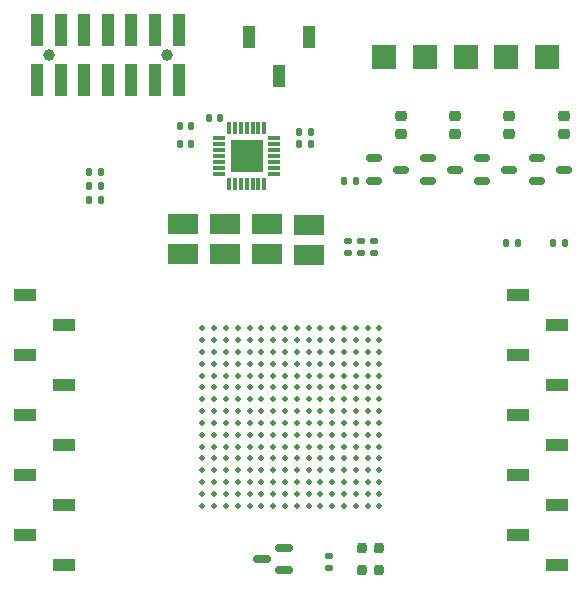
<source format=gbr>
%TF.GenerationSoftware,KiCad,Pcbnew,7.0.10*%
%TF.CreationDate,2024-01-13T18:06:35+01:00*%
%TF.ProjectId,FPGA,46504741-2e6b-4696-9361-645f70636258,rev?*%
%TF.SameCoordinates,Original*%
%TF.FileFunction,Soldermask,Top*%
%TF.FilePolarity,Negative*%
%FSLAX46Y46*%
G04 Gerber Fmt 4.6, Leading zero omitted, Abs format (unit mm)*
G04 Created by KiCad (PCBNEW 7.0.10) date 2024-01-13 18:06:35*
%MOMM*%
%LPD*%
G01*
G04 APERTURE LIST*
G04 Aperture macros list*
%AMRoundRect*
0 Rectangle with rounded corners*
0 $1 Rounding radius*
0 $2 $3 $4 $5 $6 $7 $8 $9 X,Y pos of 4 corners*
0 Add a 4 corners polygon primitive as box body*
4,1,4,$2,$3,$4,$5,$6,$7,$8,$9,$2,$3,0*
0 Add four circle primitives for the rounded corners*
1,1,$1+$1,$2,$3*
1,1,$1+$1,$4,$5*
1,1,$1+$1,$6,$7*
1,1,$1+$1,$8,$9*
0 Add four rect primitives between the rounded corners*
20,1,$1+$1,$2,$3,$4,$5,0*
20,1,$1+$1,$4,$5,$6,$7,0*
20,1,$1+$1,$6,$7,$8,$9,0*
20,1,$1+$1,$8,$9,$2,$3,0*%
G04 Aperture macros list end*
%ADD10RoundRect,0.135000X0.135000X0.185000X-0.135000X0.185000X-0.135000X-0.185000X0.135000X-0.185000X0*%
%ADD11R,1.900000X1.000000*%
%ADD12RoundRect,0.218750X0.256250X-0.218750X0.256250X0.218750X-0.256250X0.218750X-0.256250X-0.218750X0*%
%ADD13RoundRect,0.135000X-0.185000X0.135000X-0.185000X-0.135000X0.185000X-0.135000X0.185000X0.135000X0*%
%ADD14R,2.600000X1.700000*%
%ADD15R,2.000000X2.000000*%
%ADD16RoundRect,0.135000X-0.135000X-0.185000X0.135000X-0.185000X0.135000X0.185000X-0.135000X0.185000X0*%
%ADD17RoundRect,0.150000X-0.512500X-0.150000X0.512500X-0.150000X0.512500X0.150000X-0.512500X0.150000X0*%
%ADD18RoundRect,0.150000X0.587500X0.150000X-0.587500X0.150000X-0.587500X-0.150000X0.587500X-0.150000X0*%
%ADD19C,0.500000*%
%ADD20RoundRect,0.200000X0.200000X0.250000X-0.200000X0.250000X-0.200000X-0.250000X0.200000X-0.250000X0*%
%ADD21R,1.000000X0.300000*%
%ADD22R,0.300000X1.000000*%
%ADD23R,2.800000X2.800000*%
%ADD24C,1.000000*%
%ADD25R,1.000000X2.750000*%
%ADD26R,1.000000X1.900000*%
%ADD27RoundRect,0.140000X0.170000X-0.140000X0.170000X0.140000X-0.170000X0.140000X-0.170000X-0.140000X0*%
%ADD28RoundRect,0.140000X-0.140000X-0.170000X0.140000X-0.170000X0.140000X0.170000X-0.140000X0.170000X0*%
%ADD29RoundRect,0.140000X0.140000X0.170000X-0.140000X0.170000X-0.140000X-0.170000X0.140000X-0.170000X0*%
G04 APERTURE END LIST*
D10*
%TO.C,R3*%
X84940000Y-89650000D03*
X85960000Y-89650000D03*
%TD*%
D11*
%TO.C,J4*%
X82800000Y-120570000D03*
X79500000Y-118030000D03*
X82800000Y-115490000D03*
X79500000Y-112950000D03*
X82800000Y-110410000D03*
X79500000Y-107870000D03*
X82800000Y-105330000D03*
X79500000Y-102790000D03*
X82800000Y-100250000D03*
X79500000Y-97710000D03*
%TD*%
D12*
%TO.C,D3*%
X115910000Y-82482500D03*
X115910000Y-84057500D03*
%TD*%
D13*
%TO.C,R7*%
X107900000Y-93090000D03*
X107900000Y-94110000D03*
%TD*%
D14*
%TO.C,L4*%
X92850000Y-91700000D03*
X92850000Y-94200000D03*
%TD*%
D15*
%TO.C,TP2*%
X120250000Y-77500000D03*
%TD*%
D12*
%TO.C,D4*%
X125100000Y-84057500D03*
X125100000Y-82482500D03*
%TD*%
D16*
%TO.C,R2*%
X124190000Y-93250000D03*
X125210000Y-93250000D03*
%TD*%
D15*
%TO.C,TP1*%
X123703350Y-77500000D03*
%TD*%
D17*
%TO.C,Q4*%
X125093056Y-87050000D03*
X122818056Y-88000000D03*
X122818056Y-86100000D03*
%TD*%
D14*
%TO.C,L3*%
X96405555Y-91700000D03*
X96405555Y-94200000D03*
%TD*%
D10*
%TO.C,R6*%
X106490000Y-88000000D03*
X107510000Y-88000000D03*
%TD*%
D14*
%TO.C,L1*%
X103516665Y-94250000D03*
X103516665Y-91750000D03*
%TD*%
D12*
%TO.C,D2*%
X111310000Y-82482500D03*
X111310000Y-84057500D03*
%TD*%
D15*
%TO.C,TP3*%
X116796650Y-77500000D03*
%TD*%
D13*
%TO.C,R9*%
X105250000Y-120760000D03*
X105250000Y-119740000D03*
%TD*%
D12*
%TO.C,D1*%
X120500000Y-82482500D03*
X120500000Y-84057500D03*
%TD*%
D13*
%TO.C,R8*%
X109000000Y-94110000D03*
X109000000Y-93090000D03*
%TD*%
D17*
%TO.C,Q1*%
X109038890Y-86100000D03*
X109038890Y-88000000D03*
X111313890Y-87050000D03*
%TD*%
D15*
%TO.C,TP5*%
X109889950Y-77500000D03*
%TD*%
D14*
%TO.C,L2*%
X99961110Y-94200000D03*
X99961110Y-91700000D03*
%TD*%
D15*
%TO.C,TP4*%
X113343300Y-77500000D03*
%TD*%
D17*
%TO.C,Q2*%
X113631945Y-86100000D03*
X113631945Y-88000000D03*
X115906945Y-87050000D03*
%TD*%
D18*
%TO.C,U2*%
X101437500Y-120950000D03*
X101437500Y-119050000D03*
X99562500Y-120000000D03*
%TD*%
D10*
%TO.C,R4*%
X85960000Y-88450000D03*
X84940000Y-88450000D03*
%TD*%
D11*
%TO.C,J3*%
X121200000Y-97710000D03*
X124500000Y-100250000D03*
X121200000Y-102790000D03*
X124500000Y-105330000D03*
X121200000Y-107870000D03*
X124500000Y-110410000D03*
X121200000Y-112950000D03*
X124500000Y-115490000D03*
X121200000Y-118030000D03*
X124500000Y-120570000D03*
%TD*%
D19*
%TO.C,U1*%
X109500000Y-115500000D03*
X108500000Y-115500000D03*
X107500000Y-115500000D03*
X106500000Y-115500000D03*
X105500000Y-115500000D03*
X104500000Y-115500000D03*
X103500000Y-115500000D03*
X102500000Y-115500000D03*
X101500000Y-115500000D03*
X100500000Y-115500000D03*
X99500000Y-115500000D03*
X98500000Y-115500000D03*
X97500000Y-115500000D03*
X96500000Y-115500000D03*
X95500000Y-115500000D03*
X94500000Y-115500000D03*
X109500000Y-114500000D03*
X108500000Y-114500000D03*
X107500000Y-114500000D03*
X106500000Y-114500000D03*
X105500000Y-114500000D03*
X104500000Y-114500000D03*
X103500000Y-114500000D03*
X102500000Y-114500000D03*
X101500000Y-114500000D03*
X100500000Y-114500000D03*
X99500000Y-114500000D03*
X98500000Y-114500000D03*
X97500000Y-114500000D03*
X96500000Y-114500000D03*
X95500000Y-114500000D03*
X94500000Y-114500000D03*
X109500000Y-113500000D03*
X108500000Y-113500000D03*
X107500000Y-113500000D03*
X106500000Y-113500000D03*
X105500000Y-113500000D03*
X104500000Y-113500000D03*
X103500000Y-113500000D03*
X102500000Y-113500000D03*
X101500000Y-113500000D03*
X100500000Y-113500000D03*
X99500000Y-113500000D03*
X98500000Y-113500000D03*
X97500000Y-113500000D03*
X96500000Y-113500000D03*
X95500000Y-113500000D03*
X94500000Y-113500000D03*
X109500000Y-112500000D03*
X108500000Y-112500000D03*
X107500000Y-112500000D03*
X106500000Y-112500000D03*
X105500000Y-112500000D03*
X104500000Y-112500000D03*
X103500000Y-112500000D03*
X102500000Y-112500000D03*
X101500000Y-112500000D03*
X100500000Y-112500000D03*
X99500000Y-112500000D03*
X98500000Y-112500000D03*
X97500000Y-112500000D03*
X96500000Y-112500000D03*
X95500000Y-112500000D03*
X94500000Y-112500000D03*
X109500000Y-111500000D03*
X108500000Y-111500000D03*
X107500000Y-111500000D03*
X106500000Y-111500000D03*
X105500000Y-111500000D03*
X104500000Y-111500000D03*
X103500000Y-111500000D03*
X102500000Y-111500000D03*
X101500000Y-111500000D03*
X100500000Y-111500000D03*
X99500000Y-111500000D03*
X98500000Y-111500000D03*
X97500000Y-111500000D03*
X96500000Y-111500000D03*
X95500000Y-111500000D03*
X94500000Y-111500000D03*
X109500000Y-110500000D03*
X108500000Y-110500000D03*
X107500000Y-110500000D03*
X106500000Y-110500000D03*
X105500000Y-110500000D03*
X104500000Y-110500000D03*
X103500000Y-110500000D03*
X102500000Y-110500000D03*
X101500000Y-110500000D03*
X100500000Y-110500000D03*
X99500000Y-110500000D03*
X98500000Y-110500000D03*
X97500000Y-110500000D03*
X96500000Y-110500000D03*
X95500000Y-110500000D03*
X94500000Y-110500000D03*
X109500000Y-109500000D03*
X108500000Y-109500000D03*
X107500000Y-109500000D03*
X106500000Y-109500000D03*
X105500000Y-109500000D03*
X104500000Y-109500000D03*
X103500000Y-109500000D03*
X102500000Y-109500000D03*
X101500000Y-109500000D03*
X100500000Y-109500000D03*
X99500000Y-109500000D03*
X98500000Y-109500000D03*
X97500000Y-109500000D03*
X96500000Y-109500000D03*
X95500000Y-109500000D03*
X94500000Y-109500000D03*
X109500000Y-108500000D03*
X108500000Y-108500000D03*
X107500000Y-108500000D03*
X106500000Y-108500000D03*
X105500000Y-108500000D03*
X104500000Y-108500000D03*
X103500000Y-108500000D03*
X102500000Y-108500000D03*
X101500000Y-108500000D03*
X100500000Y-108500000D03*
X99500000Y-108500000D03*
X98500000Y-108500000D03*
X97500000Y-108500000D03*
X96500000Y-108500000D03*
X95500000Y-108500000D03*
X94500000Y-108500000D03*
X109500000Y-107500000D03*
X108500000Y-107500000D03*
X107500000Y-107500000D03*
X106500000Y-107500000D03*
X105500000Y-107500000D03*
X104500000Y-107500000D03*
X103500000Y-107500000D03*
X102500000Y-107500000D03*
X101500000Y-107500000D03*
X100500000Y-107500000D03*
X99500000Y-107500000D03*
X98500000Y-107500000D03*
X97500000Y-107500000D03*
X96500000Y-107500000D03*
X95500000Y-107500000D03*
X94500000Y-107500000D03*
X109500000Y-106500000D03*
X108500000Y-106500000D03*
X107500000Y-106500000D03*
X106500000Y-106500000D03*
X105500000Y-106500000D03*
X104500000Y-106500000D03*
X103500000Y-106500000D03*
X102500000Y-106500000D03*
X101500000Y-106500000D03*
X100500000Y-106500000D03*
X99500000Y-106500000D03*
X98500000Y-106500000D03*
X97500000Y-106500000D03*
X96500000Y-106500000D03*
X95500000Y-106500000D03*
X94500000Y-106500000D03*
X109500000Y-105500000D03*
X108500000Y-105500000D03*
X107500000Y-105500000D03*
X106500000Y-105500000D03*
X105500000Y-105500000D03*
X104500000Y-105500000D03*
X103500000Y-105500000D03*
X102500000Y-105500000D03*
X101500000Y-105500000D03*
X100500000Y-105500000D03*
X99500000Y-105500000D03*
X98500000Y-105500000D03*
X97500000Y-105500000D03*
X96500000Y-105500000D03*
X95500000Y-105500000D03*
X94500000Y-105500000D03*
X109500000Y-104500000D03*
X108500000Y-104500000D03*
X107500000Y-104500000D03*
X106500000Y-104500000D03*
X105500000Y-104500000D03*
X104500000Y-104500000D03*
X103500000Y-104500000D03*
X102500000Y-104500000D03*
X101500000Y-104500000D03*
X100500000Y-104500000D03*
X99500000Y-104500000D03*
X98500000Y-104500000D03*
X97500000Y-104500000D03*
X96500000Y-104500000D03*
X95500000Y-104500000D03*
X94500000Y-104500000D03*
X109500000Y-103500000D03*
X108500000Y-103500000D03*
X107500000Y-103500000D03*
X106500000Y-103500000D03*
X105500000Y-103500000D03*
X104500000Y-103500000D03*
X103500000Y-103500000D03*
X102500000Y-103500000D03*
X101500000Y-103500000D03*
X100500000Y-103500000D03*
X99500000Y-103500000D03*
X98500000Y-103500000D03*
X97500000Y-103500000D03*
X96500000Y-103500000D03*
X95500000Y-103500000D03*
X94500000Y-103500000D03*
X109500000Y-102500000D03*
X108500000Y-102500000D03*
X107500000Y-102500000D03*
X106500000Y-102500000D03*
X105500000Y-102500000D03*
X104500000Y-102500000D03*
X103500000Y-102500000D03*
X102500000Y-102500000D03*
X101500000Y-102500000D03*
X100500000Y-102500000D03*
X99500000Y-102500000D03*
X98500000Y-102500000D03*
X97500000Y-102500000D03*
X96500000Y-102500000D03*
X95500000Y-102500000D03*
X94500000Y-102500000D03*
X109500000Y-101500000D03*
X108500000Y-101500000D03*
X107500000Y-101500000D03*
X106500000Y-101500000D03*
X105500000Y-101500000D03*
X104500000Y-101500000D03*
X103500000Y-101500000D03*
X102500000Y-101500000D03*
X101500000Y-101500000D03*
X100500000Y-101500000D03*
X99500000Y-101500000D03*
X98500000Y-101500000D03*
X97500000Y-101500000D03*
X96500000Y-101500000D03*
X95500000Y-101500000D03*
X94500000Y-101500000D03*
X109500000Y-100500000D03*
X108500000Y-100500000D03*
X107500000Y-100500000D03*
X106500000Y-100500000D03*
X105500000Y-100500000D03*
X104500000Y-100500000D03*
X103500000Y-100500000D03*
X102500000Y-100500000D03*
X101500000Y-100500000D03*
X100500000Y-100500000D03*
X99500000Y-100500000D03*
X98500000Y-100500000D03*
X97500000Y-100500000D03*
X96500000Y-100500000D03*
X95500000Y-100500000D03*
X94500000Y-100500000D03*
%TD*%
D20*
%TO.C,X1*%
X109450000Y-120925000D03*
X109450000Y-119075000D03*
X108000000Y-119075000D03*
X108000000Y-120925000D03*
%TD*%
D16*
%TO.C,R1*%
X121220000Y-93250000D03*
X120200000Y-93250000D03*
%TD*%
D21*
%TO.C,IC1*%
X95900000Y-84400000D03*
X95900000Y-84900000D03*
X95900000Y-85400000D03*
X95900000Y-85900000D03*
X95900000Y-86400000D03*
X95900000Y-86900000D03*
X95900000Y-87400000D03*
D22*
X96750000Y-88250000D03*
X97250000Y-88250000D03*
X97750000Y-88250000D03*
X98250000Y-88250000D03*
X98750000Y-88250000D03*
X99250000Y-88250000D03*
X99750000Y-88250000D03*
D21*
X100600000Y-87400000D03*
X100600000Y-86900000D03*
X100600000Y-86400000D03*
X100600000Y-85900000D03*
X100600000Y-85400000D03*
X100600000Y-84900000D03*
X100600000Y-84400000D03*
D22*
X99750000Y-83550000D03*
X99250000Y-83550000D03*
X98750000Y-83550000D03*
X98250000Y-83550000D03*
X97750000Y-83550000D03*
X97250000Y-83550000D03*
X96750000Y-83550000D03*
D23*
X98250000Y-85900000D03*
%TD*%
D24*
%TO.C,J1*%
X91500000Y-77375000D03*
X81500000Y-77375000D03*
D25*
X92500000Y-75250000D03*
X92500000Y-79500000D03*
X90500000Y-75250000D03*
X90500000Y-79500000D03*
X88500000Y-75250000D03*
X88500000Y-79500000D03*
X86500000Y-75250000D03*
X86500000Y-79500000D03*
X84500000Y-75250000D03*
X84500000Y-79500000D03*
X82500000Y-75250000D03*
X82500000Y-79500000D03*
X80500000Y-75250000D03*
X80500000Y-79500000D03*
%TD*%
D26*
%TO.C,J10*%
X98460000Y-75850000D03*
X101000000Y-79150000D03*
X103540000Y-75850000D03*
%TD*%
D10*
%TO.C,R5*%
X85960000Y-87250000D03*
X84940000Y-87250000D03*
%TD*%
D17*
%TO.C,Q3*%
X118162500Y-86100000D03*
X118162500Y-88000000D03*
X120437500Y-87050000D03*
%TD*%
D27*
%TO.C,C44*%
X106800000Y-94080000D03*
X106800000Y-93120000D03*
%TD*%
D28*
%TO.C,C41*%
X102700000Y-83850000D03*
X103660000Y-83850000D03*
%TD*%
%TO.C,C39*%
X102720000Y-84900000D03*
X103680000Y-84900000D03*
%TD*%
D29*
%TO.C,C40*%
X93560000Y-83350000D03*
X92600000Y-83350000D03*
%TD*%
%TO.C,C43*%
X93550000Y-84900000D03*
X92590000Y-84900000D03*
%TD*%
%TO.C,C42*%
X96030000Y-82650000D03*
X95070000Y-82650000D03*
%TD*%
M02*

</source>
